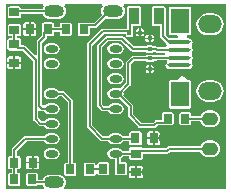
<source format=gbr>
%TF.GenerationSoftware,Altium Limited,Altium Designer,20.1.8 (145)*%
G04 Layer_Physical_Order=2*
G04 Layer_Color=16729670*
%FSLAX45Y45*%
%MOMM*%
%TF.SameCoordinates,80F20431-A883-4DFF-BABD-8B1F2EDF33A6*%
%TF.FilePolarity,Positive*%
%TF.FileFunction,Copper,L2,Bot,Signal*%
%TF.Part,Single*%
G01*
G75*
%TA.AperFunction,ComponentPad*%
%ADD10O,2.00000X1.50000*%
G04:AMPARAMS|DCode=11|XSize=1.1mm|YSize=1.4mm|CornerRadius=0.55mm|HoleSize=0mm|Usage=FLASHONLY|Rotation=270.000|XOffset=0mm|YOffset=0mm|HoleType=Round|Shape=RoundedRectangle|*
%AMROUNDEDRECTD11*
21,1,1.10000,0.30000,0,0,270.0*
21,1,0.00000,1.40000,0,0,270.0*
1,1,1.10000,-0.15000,0.00000*
1,1,1.10000,-0.15000,0.00000*
1,1,1.10000,0.15000,0.00000*
1,1,1.10000,0.15000,0.00000*
%
%ADD11ROUNDEDRECTD11*%
G04:AMPARAMS|DCode=12|XSize=2.25mm|YSize=3.75mm|CornerRadius=1.125mm|HoleSize=0mm|Usage=FLASHONLY|Rotation=180.000|XOffset=0mm|YOffset=0mm|HoleType=Round|Shape=RoundedRectangle|*
%AMROUNDEDRECTD12*
21,1,2.25000,1.50000,0,0,180.0*
21,1,0.00000,3.75000,0,0,180.0*
1,1,2.25000,0.00000,0.75000*
1,1,2.25000,0.00000,0.75000*
1,1,2.25000,0.00000,-0.75000*
1,1,2.25000,0.00000,-0.75000*
%
%ADD12ROUNDEDRECTD12*%
%ADD13O,2.25000X3.75000*%
%ADD14O,1.70000X1.00000*%
%TA.AperFunction,ViaPad*%
%ADD15C,0.61000*%
%TA.AperFunction,ConnectorPad*%
G04:AMPARAMS|DCode=16|XSize=2.1mm|YSize=1.6mm|CornerRadius=0.008mm|HoleSize=0mm|Usage=FLASHONLY|Rotation=270.000|XOffset=0mm|YOffset=0mm|HoleType=Round|Shape=RoundedRectangle|*
%AMROUNDEDRECTD16*
21,1,2.10000,1.58400,0,0,270.0*
21,1,2.08400,1.60000,0,0,270.0*
1,1,0.01600,-0.79200,-1.04200*
1,1,0.01600,-0.79200,1.04200*
1,1,0.01600,0.79200,1.04200*
1,1,0.01600,0.79200,-1.04200*
%
%ADD16ROUNDEDRECTD16*%
G04:AMPARAMS|DCode=17|XSize=0.35mm|YSize=2mm|CornerRadius=0.175mm|HoleSize=0mm|Usage=FLASHONLY|Rotation=270.000|XOffset=0mm|YOffset=0mm|HoleType=Round|Shape=RoundedRectangle|*
%AMROUNDEDRECTD17*
21,1,0.35000,1.65000,0,0,270.0*
21,1,0.00000,2.00000,0,0,270.0*
1,1,0.35000,-0.82500,0.00000*
1,1,0.35000,-0.82500,0.00000*
1,1,0.35000,0.82500,0.00000*
1,1,0.35000,0.82500,0.00000*
%
%ADD17ROUNDEDRECTD17*%
%TA.AperFunction,SMDPad,CuDef*%
G04:AMPARAMS|DCode=18|XSize=0.4mm|YSize=0.3mm|CornerRadius=0.0015mm|HoleSize=0mm|Usage=FLASHONLY|Rotation=270.000|XOffset=0mm|YOffset=0mm|HoleType=Round|Shape=RoundedRectangle|*
%AMROUNDEDRECTD18*
21,1,0.40000,0.29700,0,0,270.0*
21,1,0.39700,0.30000,0,0,270.0*
1,1,0.00300,-0.14850,-0.19850*
1,1,0.00300,-0.14850,0.19850*
1,1,0.00300,0.14850,0.19850*
1,1,0.00300,0.14850,-0.19850*
%
%ADD18ROUNDEDRECTD18*%
G04:AMPARAMS|DCode=19|XSize=0.85mm|YSize=1.4mm|CornerRadius=0.00425mm|HoleSize=0mm|Usage=FLASHONLY|Rotation=180.000|XOffset=0mm|YOffset=0mm|HoleType=Round|Shape=RoundedRectangle|*
%AMROUNDEDRECTD19*
21,1,0.85000,1.39150,0,0,180.0*
21,1,0.84150,1.40000,0,0,180.0*
1,1,0.00850,-0.42075,0.69575*
1,1,0.00850,0.42075,0.69575*
1,1,0.00850,0.42075,-0.69575*
1,1,0.00850,-0.42075,-0.69575*
%
%ADD19ROUNDEDRECTD19*%
G04:AMPARAMS|DCode=20|XSize=0.8mm|YSize=0.7mm|CornerRadius=0.0035mm|HoleSize=0mm|Usage=FLASHONLY|Rotation=180.000|XOffset=0mm|YOffset=0mm|HoleType=Round|Shape=RoundedRectangle|*
%AMROUNDEDRECTD20*
21,1,0.80000,0.69300,0,0,180.0*
21,1,0.79300,0.70000,0,0,180.0*
1,1,0.00700,-0.39650,0.34650*
1,1,0.00700,0.39650,0.34650*
1,1,0.00700,0.39650,-0.34650*
1,1,0.00700,-0.39650,-0.34650*
%
%ADD20ROUNDEDRECTD20*%
G04:AMPARAMS|DCode=21|XSize=0.85mm|YSize=0.75mm|CornerRadius=0.00375mm|HoleSize=0mm|Usage=FLASHONLY|Rotation=90.000|XOffset=0mm|YOffset=0mm|HoleType=Round|Shape=RoundedRectangle|*
%AMROUNDEDRECTD21*
21,1,0.85000,0.74250,0,0,90.0*
21,1,0.84250,0.75000,0,0,90.0*
1,1,0.00750,0.37125,0.42125*
1,1,0.00750,0.37125,-0.42125*
1,1,0.00750,-0.37125,-0.42125*
1,1,0.00750,-0.37125,0.42125*
%
%ADD21ROUNDEDRECTD21*%
G04:AMPARAMS|DCode=22|XSize=0.85mm|YSize=0.75mm|CornerRadius=0.00375mm|HoleSize=0mm|Usage=FLASHONLY|Rotation=0.000|XOffset=0mm|YOffset=0mm|HoleType=Round|Shape=RoundedRectangle|*
%AMROUNDEDRECTD22*
21,1,0.85000,0.74250,0,0,0.0*
21,1,0.84250,0.75000,0,0,0.0*
1,1,0.00750,0.42125,-0.37125*
1,1,0.00750,-0.42125,-0.37125*
1,1,0.00750,-0.42125,0.37125*
1,1,0.00750,0.42125,0.37125*
%
%ADD22ROUNDEDRECTD22*%
G04:AMPARAMS|DCode=23|XSize=0.8mm|YSize=0.7mm|CornerRadius=0.0035mm|HoleSize=0mm|Usage=FLASHONLY|Rotation=90.000|XOffset=0mm|YOffset=0mm|HoleType=Round|Shape=RoundedRectangle|*
%AMROUNDEDRECTD23*
21,1,0.80000,0.69300,0,0,90.0*
21,1,0.79300,0.70000,0,0,90.0*
1,1,0.00700,0.34650,0.39650*
1,1,0.00700,0.34650,-0.39650*
1,1,0.00700,-0.34650,-0.39650*
1,1,0.00700,-0.34650,0.39650*
%
%ADD23ROUNDEDRECTD23*%
%ADD24O,1.05000X0.60000*%
G04:AMPARAMS|DCode=25|XSize=0.4mm|YSize=0.3mm|CornerRadius=0.0015mm|HoleSize=0mm|Usage=FLASHONLY|Rotation=180.000|XOffset=0mm|YOffset=0mm|HoleType=Round|Shape=RoundedRectangle|*
%AMROUNDEDRECTD25*
21,1,0.40000,0.29700,0,0,180.0*
21,1,0.39700,0.30000,0,0,180.0*
1,1,0.00300,-0.19850,0.14850*
1,1,0.00300,0.19850,0.14850*
1,1,0.00300,0.19850,-0.14850*
1,1,0.00300,-0.19850,-0.14850*
%
%ADD25ROUNDEDRECTD25*%
%TA.AperFunction,Conductor*%
%ADD26C,0.12700*%
%ADD27C,0.15240*%
G36*
X1883167Y16833D02*
X517746D01*
X514216Y21482D01*
X510910Y32073D01*
X518987Y42599D01*
X525561Y58469D01*
X527803Y75500D01*
X525561Y92531D01*
X518987Y108401D01*
X508529Y122029D01*
X494901Y132487D01*
X479031Y139061D01*
X462000Y141303D01*
X392000D01*
X374969Y139061D01*
X359099Y132487D01*
X345470Y122029D01*
X335013Y108401D01*
X330503Y97513D01*
X291765D01*
Y140550D01*
X290555Y146633D01*
X287109Y151790D01*
X281952Y155235D01*
X275870Y156445D01*
X206570D01*
X200487Y155235D01*
X195330Y151790D01*
X191885Y146633D01*
X190674Y140550D01*
Y61250D01*
X191885Y55167D01*
X195330Y50010D01*
X200487Y46565D01*
X206570Y45355D01*
X275870D01*
X281952Y46565D01*
X287109Y50010D01*
X289432Y53487D01*
X330503D01*
X335013Y42599D01*
X343089Y32073D01*
X339784Y21482D01*
X336253Y16833D01*
X16833D01*
Y1583167D01*
X335642D01*
X337310Y1581277D01*
X342322Y1567927D01*
X335013Y1558402D01*
X330503Y1547513D01*
X146985D01*
Y1549990D01*
X145775Y1556073D01*
X142330Y1561230D01*
X137173Y1564675D01*
X131090Y1565885D01*
X51790D01*
X45707Y1564675D01*
X40550Y1561230D01*
X37105Y1556073D01*
X35895Y1549990D01*
Y1480690D01*
X37105Y1474607D01*
X40550Y1469450D01*
X45707Y1466005D01*
X51790Y1464795D01*
X131090D01*
X137173Y1466005D01*
X142330Y1469450D01*
X145775Y1474607D01*
X146985Y1480690D01*
Y1503487D01*
X330503D01*
X335013Y1492599D01*
X345470Y1478971D01*
X359099Y1468513D01*
X374969Y1461939D01*
X392000Y1459697D01*
X462000D01*
X479031Y1461939D01*
X494901Y1468513D01*
X508529Y1478971D01*
X518987Y1492599D01*
X525561Y1508469D01*
X527803Y1525500D01*
X525561Y1542531D01*
X518987Y1558402D01*
X511678Y1567927D01*
X516690Y1581277D01*
X518358Y1583167D01*
X835642D01*
X837310Y1581277D01*
X842322Y1567927D01*
X835013Y1558402D01*
X828439Y1542531D01*
X826197Y1525500D01*
X828439Y1508469D01*
X833245Y1496867D01*
X763767Y1427388D01*
X706737D01*
X706144Y1427270D01*
X643437D01*
X637354Y1426060D01*
X632197Y1422615D01*
X628752Y1417458D01*
X627542Y1411375D01*
Y1332075D01*
X628752Y1325993D01*
X632197Y1320836D01*
X637354Y1317390D01*
X643437Y1316180D01*
X712737D01*
X718819Y1317390D01*
X723976Y1320836D01*
X727422Y1325993D01*
X728632Y1332075D01*
Y1383362D01*
X772885D01*
X781309Y1385038D01*
X788450Y1389810D01*
X864794Y1466154D01*
X874969Y1461939D01*
X892000Y1459697D01*
X962000D01*
X979031Y1461939D01*
X994901Y1468513D01*
X1008529Y1478971D01*
X1018987Y1492599D01*
X1025561Y1508469D01*
X1027803Y1525500D01*
X1025561Y1542531D01*
X1018987Y1558402D01*
X1011678Y1567927D01*
X1016690Y1581277D01*
X1018358Y1583167D01*
X1883167D01*
Y16833D01*
D02*
G37*
%LPC*%
G36*
X258107Y1429771D02*
X228613D01*
Y1379349D01*
X274028D01*
Y1413850D01*
X272816Y1419943D01*
X269364Y1425108D01*
X264200Y1428559D01*
X258107Y1429771D01*
D02*
G37*
G36*
X213373D02*
X183857D01*
X177764Y1428559D01*
X172599Y1425108D01*
X169148Y1419943D01*
X167936Y1413850D01*
Y1379349D01*
X213373D01*
Y1429771D01*
D02*
G37*
G36*
X1170379Y1378989D02*
X1163155D01*
Y1350098D01*
X1187037D01*
Y1362331D01*
X1182158Y1374110D01*
X1170379Y1378989D01*
D02*
G37*
G36*
X1147915D02*
X1140679D01*
X1128900Y1374110D01*
X1124021Y1362331D01*
Y1350098D01*
X1147915D01*
Y1378989D01*
D02*
G37*
G36*
X1773800Y1506019D02*
X1723800D01*
X1700243Y1502917D01*
X1678291Y1493824D01*
X1659440Y1479360D01*
X1644976Y1460509D01*
X1635883Y1438557D01*
X1632781Y1415000D01*
X1635883Y1391443D01*
X1644976Y1369491D01*
X1659440Y1350640D01*
X1678291Y1336176D01*
X1700243Y1327083D01*
X1723800Y1323981D01*
X1773800D01*
X1797358Y1327083D01*
X1819310Y1336176D01*
X1838160Y1350640D01*
X1852625Y1369491D01*
X1861718Y1391443D01*
X1864819Y1415000D01*
X1861718Y1438557D01*
X1852625Y1460509D01*
X1838160Y1479360D01*
X1819310Y1493824D01*
X1797358Y1502917D01*
X1773800Y1506019D01*
D02*
G37*
G36*
X274028Y1364109D02*
X228613D01*
Y1313679D01*
X258107D01*
X264200Y1314891D01*
X269364Y1318343D01*
X272816Y1323507D01*
X274028Y1329600D01*
Y1364109D01*
D02*
G37*
G36*
X213373D02*
X167936D01*
Y1329600D01*
X169148Y1323507D01*
X172599Y1318343D01*
X177764Y1314891D01*
X183857Y1313679D01*
X213373D01*
Y1364109D01*
D02*
G37*
G36*
X1187037Y1334858D02*
X1163155D01*
Y1305973D01*
X1170379D01*
X1182158Y1310852D01*
X1187037Y1322631D01*
Y1334858D01*
D02*
G37*
G36*
X1147915D02*
X1124021D01*
Y1322631D01*
X1128900Y1310852D01*
X1140679Y1305973D01*
X1147915D01*
Y1334858D01*
D02*
G37*
G36*
X1145515Y1566987D02*
X1061365D01*
X1055253Y1565771D01*
X1050071Y1562309D01*
X1046609Y1557127D01*
X1045393Y1551015D01*
Y1411865D01*
X1046609Y1405753D01*
X1047301Y1404717D01*
Y1378123D01*
X839644D01*
X830725Y1376349D01*
X823163Y1371296D01*
X711826Y1259959D01*
X706773Y1252397D01*
X704999Y1243478D01*
Y552663D01*
X706773Y543743D01*
X711826Y536182D01*
X817448Y430559D01*
X825010Y425506D01*
X833929Y423732D01*
X886844D01*
X893064Y414424D01*
X908028Y404425D01*
X925680Y400914D01*
X970680D01*
X988332Y404425D01*
X1003296Y414424D01*
X1009516Y423732D01*
X1063398D01*
Y406954D01*
X1064610Y400862D01*
X1068061Y395697D01*
X1073226Y392245D01*
X1079318Y391034D01*
X1153569D01*
X1159661Y392245D01*
X1164826Y395697D01*
X1168278Y400862D01*
X1169489Y406954D01*
Y491205D01*
X1168278Y497297D01*
X1164826Y502462D01*
X1159661Y505913D01*
X1153569Y507125D01*
X1079318D01*
X1073226Y505913D01*
X1068061Y502462D01*
X1064610Y497297D01*
X1063398Y491205D01*
Y470348D01*
X1009516D01*
X1003296Y479656D01*
X988332Y489655D01*
X970680Y493166D01*
X925680D01*
X908028Y489655D01*
X893064Y479656D01*
X886844Y470348D01*
X843584D01*
X751614Y562317D01*
Y1233823D01*
X849298Y1331507D01*
X1034021D01*
Y1322631D01*
X1038900Y1310852D01*
X1050679Y1305973D01*
X1080379D01*
X1092158Y1310852D01*
X1097037Y1322631D01*
Y1362331D01*
X1093917Y1369863D01*
Y1395893D01*
X1145515D01*
X1151627Y1397109D01*
X1156809Y1400571D01*
X1160271Y1405753D01*
X1161487Y1411865D01*
Y1551015D01*
X1160271Y1557127D01*
X1156809Y1562309D01*
X1151627Y1565771D01*
X1145515Y1566987D01*
D02*
G37*
G36*
X1256830Y1326033D02*
X1244600D01*
Y1302145D01*
X1273488D01*
Y1309375D01*
X1268609Y1321154D01*
X1256830Y1326033D01*
D02*
G37*
G36*
X1229360D02*
X1217130D01*
X1205351Y1321154D01*
X1200472Y1309375D01*
Y1302145D01*
X1229360D01*
Y1326033D01*
D02*
G37*
G36*
X1273488Y1286905D02*
X1244600D01*
Y1263017D01*
X1256830D01*
X1268609Y1267896D01*
X1273488Y1279675D01*
Y1286905D01*
D02*
G37*
G36*
X1229360D02*
X1200472D01*
Y1279675D01*
X1205351Y1267896D01*
X1217130Y1263017D01*
X1229360D01*
Y1286905D01*
D02*
G37*
G36*
X1355515Y1566987D02*
X1271365D01*
X1265253Y1565771D01*
X1260071Y1562309D01*
X1256609Y1557127D01*
X1255393Y1551015D01*
Y1411865D01*
X1256609Y1405753D01*
X1260071Y1400571D01*
X1265253Y1397109D01*
X1271365Y1395893D01*
X1324840D01*
Y1318142D01*
X1326614Y1309222D01*
X1331667Y1301661D01*
X1370570Y1262758D01*
X1370419Y1262000D01*
X1372960Y1249226D01*
X1380196Y1238396D01*
Y1233813D01*
X1365614Y1219013D01*
X1304423D01*
X1303345Y1220090D01*
X1296204Y1224862D01*
X1287780Y1226538D01*
X1270521D01*
X1268609Y1231154D01*
X1256830Y1236033D01*
X1217130D01*
X1205351Y1231154D01*
X1203439Y1226538D01*
X1102489D01*
X1019948Y1309079D01*
X1012806Y1313851D01*
X1004382Y1315526D01*
X879975D01*
X871551Y1313851D01*
X864409Y1309079D01*
X799077Y1243746D01*
X794305Y1236605D01*
X792629Y1228181D01*
Y731088D01*
X794305Y722665D01*
X799077Y715523D01*
X829125Y685475D01*
X836267Y680703D01*
X844691Y679027D01*
X885979D01*
X893064Y668424D01*
X908028Y658425D01*
X925680Y654914D01*
X970680D01*
X988332Y658425D01*
X1003296Y668424D01*
X1013295Y683388D01*
X1016806Y701040D01*
X1013295Y718692D01*
X1003296Y733656D01*
X988332Y743655D01*
X970680Y747166D01*
X925680D01*
X908028Y743655D01*
X893064Y733656D01*
X885979Y723053D01*
X853809D01*
X836655Y740206D01*
Y1219063D01*
X889093Y1271501D01*
X995264D01*
X1077805Y1188960D01*
X1084947Y1184188D01*
X1093371Y1182512D01*
X1203439D01*
X1205351Y1177896D01*
X1217130Y1173017D01*
X1256830D01*
X1268609Y1177896D01*
X1284601Y1178186D01*
X1286881Y1176663D01*
X1295305Y1174987D01*
X1364885D01*
X1371264Y1159747D01*
X1365614Y1154013D01*
X1294560D01*
X1286136Y1152337D01*
X1284601Y1151311D01*
X1268609Y1151849D01*
X1256830Y1156728D01*
X1217130D01*
X1205351Y1151849D01*
X1203439Y1147233D01*
X1097037D01*
X1088613Y1145557D01*
X1081472Y1140786D01*
X1039666Y1098979D01*
X1034894Y1091838D01*
X1033218Y1083414D01*
Y918372D01*
X985971Y871125D01*
X970680Y874166D01*
X925680D01*
X908028Y870655D01*
X893064Y860656D01*
X883065Y845692D01*
X879554Y828040D01*
X883065Y810388D01*
X893064Y795424D01*
X908028Y785425D01*
X925680Y781914D01*
X970680D01*
X985971Y784955D01*
X1053441Y717485D01*
Y642331D01*
X1055116Y633907D01*
X1059888Y626765D01*
X1141542Y545111D01*
X1148684Y540340D01*
X1157107Y538664D01*
X1274102D01*
X1282526Y540340D01*
X1289667Y545111D01*
X1304158Y559602D01*
X1352243D01*
X1354590Y559135D01*
X1423890D01*
X1429973Y560345D01*
X1435129Y563790D01*
X1438575Y568947D01*
X1439785Y575030D01*
Y654330D01*
X1438575Y660413D01*
X1435129Y665570D01*
X1429973Y669015D01*
X1423890Y670225D01*
X1354590D01*
X1348507Y669015D01*
X1343350Y665570D01*
X1339905Y660413D01*
X1338695Y654330D01*
Y603627D01*
X1295040D01*
X1286615Y601952D01*
X1279474Y597180D01*
X1264984Y582690D01*
X1166225D01*
X1097466Y651449D01*
Y726603D01*
X1095791Y735027D01*
X1091019Y742169D01*
X1014872Y818315D01*
X1016806Y828040D01*
X1014872Y837764D01*
X1070796Y893689D01*
X1075568Y900830D01*
X1077244Y909254D01*
Y1074296D01*
X1106155Y1103207D01*
X1203439D01*
X1205351Y1098591D01*
X1217130Y1093712D01*
X1256830D01*
X1268609Y1098591D01*
X1270521Y1103207D01*
X1287780D01*
X1296204Y1104883D01*
X1303345Y1109655D01*
X1303678Y1109987D01*
X1379133D01*
X1380196Y1108396D01*
Y1090604D01*
X1372960Y1079774D01*
X1370419Y1067000D01*
X1372960Y1054225D01*
X1380196Y1043396D01*
X1391025Y1036160D01*
X1403800Y1033619D01*
X1568800D01*
X1581575Y1036160D01*
X1592404Y1043396D01*
X1599640Y1054225D01*
X1602181Y1067000D01*
X1599640Y1079774D01*
X1592404Y1090604D01*
Y1108396D01*
X1599640Y1119226D01*
X1602181Y1132000D01*
X1599640Y1144774D01*
X1592404Y1155604D01*
Y1173396D01*
X1599640Y1184226D01*
X1602181Y1197000D01*
X1599640Y1209775D01*
X1592404Y1220604D01*
Y1238396D01*
X1599640Y1249226D01*
X1602181Y1262000D01*
X1599640Y1274774D01*
X1592404Y1285604D01*
X1581575Y1292840D01*
X1568800Y1295381D01*
X1557003D01*
X1549858Y1308053D01*
X1556916Y1321446D01*
X1573000D01*
X1579258Y1322691D01*
X1584564Y1326236D01*
X1588109Y1331541D01*
X1589354Y1337800D01*
Y1546200D01*
X1588109Y1552458D01*
X1584564Y1557764D01*
X1579258Y1561309D01*
X1573000Y1562554D01*
X1414600D01*
X1408342Y1561309D01*
X1403036Y1557764D01*
X1399491Y1552458D01*
X1398246Y1546200D01*
Y1337800D01*
X1399491Y1331541D01*
X1403036Y1326236D01*
X1408342Y1322691D01*
X1414600Y1321446D01*
X1470684D01*
X1477743Y1308053D01*
X1470597Y1295381D01*
X1403871D01*
X1371456Y1327796D01*
Y1411708D01*
X1371487Y1411865D01*
Y1551015D01*
X1370271Y1557127D01*
X1366809Y1562309D01*
X1361627Y1565771D01*
X1355515Y1566987D01*
D02*
G37*
G36*
X970680Y1255166D02*
X925680D01*
X908028Y1251655D01*
X893064Y1241656D01*
X883065Y1226692D01*
X879554Y1209040D01*
X883065Y1191388D01*
X893064Y1176424D01*
X908028Y1166425D01*
X925680Y1162914D01*
X970680D01*
X988332Y1166425D01*
X1003296Y1176424D01*
X1013295Y1191388D01*
X1016806Y1209040D01*
X1013295Y1226692D01*
X1003296Y1241656D01*
X988332Y1251655D01*
X970680Y1255166D01*
D02*
G37*
G36*
X430680D02*
X385680D01*
X368028Y1251655D01*
X353064Y1241656D01*
X343065Y1226692D01*
X339554Y1209040D01*
X343065Y1191388D01*
X353064Y1176424D01*
X368028Y1166425D01*
X385680Y1162914D01*
X430680D01*
X448332Y1166425D01*
X463296Y1176424D01*
X473295Y1191388D01*
X476806Y1209040D01*
X473295Y1226692D01*
X463296Y1241656D01*
X448332Y1251655D01*
X430680Y1255166D01*
D02*
G37*
G36*
X413107Y1429771D02*
X338857D01*
X332764Y1428559D01*
X327599Y1425108D01*
X324148Y1419943D01*
X322936Y1413850D01*
Y1340841D01*
X322899Y1340655D01*
Y1317054D01*
X285965Y1280119D01*
X281193Y1272978D01*
X279517Y1264554D01*
Y1156062D01*
X265437Y1150230D01*
X186652Y1229015D01*
X179510Y1233787D01*
X171086Y1235463D01*
X149486D01*
Y1281725D01*
X148274Y1287818D01*
X144823Y1292983D01*
X139658Y1296434D01*
X133565Y1297646D01*
X113453D01*
Y1314795D01*
X131090D01*
X137173Y1316005D01*
X142330Y1319450D01*
X145775Y1324607D01*
X146985Y1330690D01*
Y1399990D01*
X145775Y1406073D01*
X142330Y1411230D01*
X137173Y1414675D01*
X131090Y1415885D01*
X51790D01*
X45707Y1414675D01*
X40550Y1411230D01*
X37105Y1406073D01*
X35895Y1399990D01*
Y1330690D01*
X37105Y1324607D01*
X40550Y1319450D01*
X45707Y1316005D01*
X51790Y1314795D01*
X69427D01*
Y1297646D01*
X49315D01*
X43222Y1296434D01*
X38057Y1292983D01*
X34606Y1287818D01*
X33394Y1281725D01*
Y1207475D01*
X34606Y1201382D01*
X38057Y1196217D01*
X43222Y1192766D01*
X49315Y1191554D01*
X122001D01*
X122590Y1191437D01*
X161968D01*
X251577Y1101828D01*
Y613301D01*
X253253Y604877D01*
X258025Y597736D01*
X297286Y558474D01*
X304427Y553703D01*
X312851Y552027D01*
X345979D01*
X353064Y541424D01*
X368028Y531425D01*
X385680Y527914D01*
X430680D01*
X448332Y531425D01*
X463296Y541424D01*
X473295Y556388D01*
X476806Y574040D01*
X473295Y591692D01*
X463296Y606656D01*
X448332Y616655D01*
X430680Y620166D01*
X385680D01*
X368028Y616655D01*
X353064Y606656D01*
X345979Y596053D01*
X321969D01*
X295603Y622419D01*
Y680431D01*
X304179Y683983D01*
X310843Y685226D01*
X317613Y680703D01*
X326037Y679027D01*
X345979D01*
X353064Y668424D01*
X368028Y658425D01*
X385680Y654914D01*
X430680D01*
X448332Y658425D01*
X463296Y668424D01*
X473295Y683388D01*
X476806Y701040D01*
X473295Y718692D01*
X463296Y733656D01*
X448332Y743655D01*
X430680Y747166D01*
X385680D01*
X368028Y743655D01*
X353064Y733656D01*
X349645Y728539D01*
X334344Y727105D01*
X323543Y737415D01*
Y1255436D01*
X360478Y1292370D01*
X365249Y1299512D01*
X366925Y1307936D01*
Y1313679D01*
X413107D01*
X419200Y1314891D01*
X424364Y1318343D01*
X427816Y1323507D01*
X429028Y1329600D01*
Y1349712D01*
X477541D01*
Y1332075D01*
X478751Y1325993D01*
X482197Y1320836D01*
X487354Y1317390D01*
X493437Y1316180D01*
X562736D01*
X568819Y1317390D01*
X573976Y1320836D01*
X577422Y1325993D01*
X578632Y1332075D01*
Y1411375D01*
X577422Y1417458D01*
X573976Y1422615D01*
X568819Y1426060D01*
X562736Y1427270D01*
X493437D01*
X487354Y1426060D01*
X482197Y1422615D01*
X478751Y1417458D01*
X477541Y1411375D01*
Y1393738D01*
X429028D01*
Y1413850D01*
X427816Y1419943D01*
X424364Y1425108D01*
X419200Y1428559D01*
X413107Y1429771D01*
D02*
G37*
G36*
X133565Y1142646D02*
X99060D01*
Y1097220D01*
X149486D01*
Y1126725D01*
X148274Y1132818D01*
X144823Y1137983D01*
X139658Y1141434D01*
X133565Y1142646D01*
D02*
G37*
G36*
X83820D02*
X49315D01*
X43222Y1141434D01*
X38057Y1137983D01*
X34606Y1132818D01*
X33394Y1126725D01*
Y1097220D01*
X83820D01*
Y1142646D01*
D02*
G37*
G36*
X1256830Y1066728D02*
X1244586D01*
Y1042844D01*
X1273488D01*
Y1050070D01*
X1268609Y1061849D01*
X1256830Y1066728D01*
D02*
G37*
G36*
X1229346D02*
X1217130D01*
X1205351Y1061849D01*
X1200472Y1050070D01*
Y1042844D01*
X1229346D01*
Y1066728D01*
D02*
G37*
G36*
X149486Y1081980D02*
X99060D01*
Y1036554D01*
X133565D01*
X139658Y1037766D01*
X144823Y1041217D01*
X148274Y1046382D01*
X149486Y1052475D01*
Y1081980D01*
D02*
G37*
G36*
X83820D02*
X33394D01*
Y1052475D01*
X34606Y1046382D01*
X38057Y1041217D01*
X43222Y1037766D01*
X49315Y1036554D01*
X83820D01*
Y1081980D01*
D02*
G37*
G36*
X970680Y1128166D02*
X925680D01*
X908028Y1124655D01*
X893064Y1114656D01*
X883065Y1099692D01*
X879554Y1082040D01*
X883065Y1064388D01*
X893064Y1049424D01*
X908028Y1039425D01*
X925680Y1035914D01*
X970680D01*
X988332Y1039425D01*
X1003296Y1049424D01*
X1013295Y1064388D01*
X1016806Y1082040D01*
X1013295Y1099692D01*
X1003296Y1114656D01*
X988332Y1124655D01*
X970680Y1128166D01*
D02*
G37*
G36*
X430680D02*
X385680D01*
X368028Y1124655D01*
X353064Y1114656D01*
X343065Y1099692D01*
X339554Y1082040D01*
X343065Y1064388D01*
X353064Y1049424D01*
X368028Y1039425D01*
X385680Y1035914D01*
X430680D01*
X448332Y1039425D01*
X463296Y1049424D01*
X473295Y1064388D01*
X476806Y1082040D01*
X473295Y1099692D01*
X463296Y1114656D01*
X448332Y1124655D01*
X430680Y1128166D01*
D02*
G37*
G36*
X1273488Y1027604D02*
X1244586D01*
Y1003712D01*
X1256830D01*
X1268609Y1008591D01*
X1273488Y1020370D01*
Y1027604D01*
D02*
G37*
G36*
X1229346D02*
X1200472D01*
Y1020370D01*
X1205351Y1008591D01*
X1217130Y1003712D01*
X1229346D01*
Y1027604D01*
D02*
G37*
G36*
X970680Y1001166D02*
X925680D01*
X908028Y997655D01*
X893064Y987656D01*
X883065Y972692D01*
X879554Y955040D01*
X883065Y937388D01*
X893064Y922424D01*
X908028Y912425D01*
X925680Y908914D01*
X970680D01*
X988332Y912425D01*
X1003296Y922424D01*
X1013295Y937388D01*
X1016806Y955040D01*
X1013295Y972692D01*
X1003296Y987656D01*
X988332Y997655D01*
X970680Y1001166D01*
D02*
G37*
G36*
X1773800Y940019D02*
X1723800D01*
X1700243Y936917D01*
X1678291Y927824D01*
X1659440Y913360D01*
X1644976Y894510D01*
X1635883Y872557D01*
X1632781Y849000D01*
X1635883Y825443D01*
X1644976Y803491D01*
X1659440Y784640D01*
X1678291Y770176D01*
X1700243Y761083D01*
X1723800Y757981D01*
X1773800D01*
X1797358Y761083D01*
X1819310Y770176D01*
X1838160Y784640D01*
X1852625Y803491D01*
X1861718Y825443D01*
X1864819Y849000D01*
X1861718Y872557D01*
X1852625Y894510D01*
X1838160Y913360D01*
X1819310Y927824D01*
X1797358Y936917D01*
X1773800Y940019D01*
D02*
G37*
G36*
X1513800Y973028D02*
X1498099Y969905D01*
X1484789Y961011D01*
X1475895Y947701D01*
X1474871Y942554D01*
X1414600D01*
X1408342Y941310D01*
X1403036Y937764D01*
X1399491Y932459D01*
X1398246Y926200D01*
Y717800D01*
X1399491Y711542D01*
X1403036Y706236D01*
X1408342Y702691D01*
X1414600Y701446D01*
X1573000D01*
X1579258Y702691D01*
X1584564Y706236D01*
X1588109Y711542D01*
X1589354Y717800D01*
Y926200D01*
X1588109Y932459D01*
X1584564Y937764D01*
X1579258Y941310D01*
X1573000Y942554D01*
X1552729D01*
X1551705Y947701D01*
X1542811Y961011D01*
X1529501Y969905D01*
X1513800Y973028D01*
D02*
G37*
G36*
X1763800Y685526D02*
X1733800D01*
X1715464Y683112D01*
X1698377Y676034D01*
X1683705Y664776D01*
X1672446Y650103D01*
X1666891Y636693D01*
X1589785D01*
Y654330D01*
X1588575Y660413D01*
X1585130Y665570D01*
X1579973Y669015D01*
X1573890Y670225D01*
X1504590D01*
X1498507Y669015D01*
X1493350Y665570D01*
X1489905Y660413D01*
X1488695Y654330D01*
Y575030D01*
X1489905Y568947D01*
X1493350Y563790D01*
X1498507Y560345D01*
X1504590Y559135D01*
X1573890D01*
X1579973Y560345D01*
X1585130Y563790D01*
X1588575Y568947D01*
X1589785Y575030D01*
Y592667D01*
X1666891D01*
X1672446Y579257D01*
X1683705Y564584D01*
X1698377Y553326D01*
X1715464Y546248D01*
X1733800Y543834D01*
X1763800D01*
X1782136Y546248D01*
X1799223Y553326D01*
X1813896Y564584D01*
X1825155Y579257D01*
X1832232Y596344D01*
X1834646Y614680D01*
X1832232Y633016D01*
X1825155Y650103D01*
X1813896Y664776D01*
X1799223Y676034D01*
X1782136Y683112D01*
X1763800Y685526D01*
D02*
G37*
G36*
X1308569Y507125D02*
X1279056D01*
Y456707D01*
X1324489D01*
Y491205D01*
X1323278Y497297D01*
X1319826Y502462D01*
X1314661Y505913D01*
X1308569Y507125D01*
D02*
G37*
G36*
X1263816D02*
X1234318D01*
X1228226Y505913D01*
X1223061Y502462D01*
X1219609Y497297D01*
X1218398Y491205D01*
Y456707D01*
X1263816D01*
Y507125D01*
D02*
G37*
G36*
X430680Y493166D02*
X385680D01*
X368028Y489655D01*
X353064Y479656D01*
X345979Y469053D01*
X185641D01*
X177218Y467377D01*
X170076Y462606D01*
X75654Y368183D01*
X70882Y361042D01*
X69207Y352618D01*
Y301886D01*
X54094D01*
X48002Y300674D01*
X42837Y297223D01*
X39385Y292058D01*
X38174Y285965D01*
Y201715D01*
X39385Y195622D01*
X42837Y190457D01*
X48002Y187006D01*
X54094Y185794D01*
X69207D01*
Y156445D01*
X56570D01*
X50487Y155235D01*
X45330Y151790D01*
X41884Y146633D01*
X40674Y140550D01*
Y61250D01*
X41884Y55167D01*
X45330Y50010D01*
X50487Y46565D01*
X56570Y45355D01*
X125869D01*
X131952Y46565D01*
X137109Y50010D01*
X140555Y55167D01*
X141765Y61250D01*
Y140550D01*
X140555Y146633D01*
X137109Y151790D01*
X131952Y155235D01*
X125869Y156445D01*
X113232D01*
Y185794D01*
X128345D01*
X134437Y187006D01*
X139602Y190457D01*
X143054Y195622D01*
X144265Y201715D01*
Y285965D01*
X143054Y292058D01*
X139602Y297223D01*
X134437Y300674D01*
X128345Y301886D01*
X113232D01*
Y343500D01*
X194760Y425027D01*
X345979D01*
X353064Y414424D01*
X368028Y404425D01*
X385680Y400914D01*
X430680D01*
X448332Y404425D01*
X463296Y414424D01*
X473295Y429388D01*
X476806Y447040D01*
X473295Y464692D01*
X463296Y479656D01*
X448332Y489655D01*
X430680Y493166D01*
D02*
G37*
G36*
X1324489Y441467D02*
X1279056D01*
Y391034D01*
X1308569D01*
X1314661Y392245D01*
X1319826Y395697D01*
X1323278Y400862D01*
X1324489Y406954D01*
Y441467D01*
D02*
G37*
G36*
X1263816D02*
X1218398D01*
Y406954D01*
X1219609Y400862D01*
X1223061Y395697D01*
X1228226Y392245D01*
X1234318Y391034D01*
X1263816D01*
Y441467D01*
D02*
G37*
G36*
X1763800Y431526D02*
X1733800D01*
X1715464Y429112D01*
X1698377Y422034D01*
X1683705Y410776D01*
X1672446Y396103D01*
X1667427Y383988D01*
X1401230D01*
X1392310Y382214D01*
X1384749Y377161D01*
X1374243Y366656D01*
X1175190D01*
X1174009Y368423D01*
X1168844Y371874D01*
X1162751Y373086D01*
X1078501D01*
X1072408Y371874D01*
X1067243Y368423D01*
X1063792Y363258D01*
X1062580Y357165D01*
Y343348D01*
X1009516D01*
X1003296Y352656D01*
X988332Y362655D01*
X970680Y366166D01*
X925680D01*
X908028Y362655D01*
X893064Y352656D01*
X883065Y337692D01*
X879554Y320040D01*
X883065Y302388D01*
X893064Y287424D01*
X908028Y277425D01*
X925680Y273914D01*
X945051D01*
Y230326D01*
X945035Y230243D01*
Y150943D01*
X946245Y144860D01*
X949690Y139703D01*
X954847Y136258D01*
X960930Y135047D01*
X1030230D01*
X1036313Y136258D01*
X1041470Y139703D01*
X1044915Y144860D01*
X1046125Y150943D01*
Y230243D01*
X1044915Y236325D01*
X1041470Y241482D01*
X1036313Y244928D01*
X1030230Y246138D01*
X991667D01*
Y279653D01*
X1003296Y287424D01*
X1009516Y296732D01*
X1062580D01*
Y282915D01*
X1063792Y276822D01*
X1067243Y271657D01*
X1072408Y268206D01*
X1078501Y266994D01*
X1162751D01*
X1168844Y268206D01*
X1174009Y271657D01*
X1177460Y276822D01*
X1178672Y282915D01*
Y320040D01*
X1383897D01*
X1392817Y321814D01*
X1400378Y326867D01*
X1410884Y337372D01*
X1667427D01*
X1672446Y325257D01*
X1683705Y310584D01*
X1698377Y299326D01*
X1715464Y292248D01*
X1733800Y289834D01*
X1763800D01*
X1782136Y292248D01*
X1799223Y299326D01*
X1813896Y310584D01*
X1825155Y325257D01*
X1832232Y342344D01*
X1834646Y360680D01*
X1832232Y379016D01*
X1825155Y396103D01*
X1813896Y410776D01*
X1799223Y422034D01*
X1782136Y429112D01*
X1763800Y431526D01*
D02*
G37*
G36*
X430680Y366166D02*
X385680D01*
X368028Y362655D01*
X353064Y352656D01*
X343065Y337692D01*
X339554Y320040D01*
X343065Y302388D01*
X353064Y287424D01*
X368028Y277425D01*
X385680Y273914D01*
X430680D01*
X448332Y277425D01*
X463296Y287424D01*
X473295Y302388D01*
X476806Y320040D01*
X473295Y337692D01*
X463296Y352656D01*
X448332Y362655D01*
X430680Y366166D01*
D02*
G37*
G36*
X283345Y301886D02*
X253846D01*
Y251468D01*
X299265D01*
Y285965D01*
X298054Y292058D01*
X294602Y297223D01*
X289437Y300674D01*
X283345Y301886D01*
D02*
G37*
G36*
X238606D02*
X209094D01*
X203002Y300674D01*
X197837Y297223D01*
X194385Y292058D01*
X193174Y285965D01*
Y251468D01*
X238606D01*
Y301886D01*
D02*
G37*
G36*
X880230Y246138D02*
X810930D01*
X804847Y244928D01*
X799690Y241482D01*
X796245Y236325D01*
X795034Y230243D01*
Y213901D01*
X779525D01*
Y225027D01*
X778315Y231110D01*
X774870Y236267D01*
X769713Y239712D01*
X763630Y240923D01*
X694330D01*
X688247Y239712D01*
X683090Y236267D01*
X679645Y231110D01*
X678435Y225027D01*
Y145727D01*
X679645Y139645D01*
X683090Y134488D01*
X688247Y131042D01*
X694330Y129832D01*
X763630D01*
X769713Y131042D01*
X774870Y134488D01*
X778315Y139645D01*
X779525Y145727D01*
Y167285D01*
X795034D01*
Y150943D01*
X796245Y144860D01*
X799690Y139703D01*
X804847Y136258D01*
X810930Y135047D01*
X880230D01*
X886312Y136258D01*
X891469Y139703D01*
X894915Y144860D01*
X896125Y150943D01*
Y230243D01*
X894915Y236325D01*
X891469Y241482D01*
X886312Y244928D01*
X880230Y246138D01*
D02*
G37*
G36*
X299265Y236228D02*
X253846D01*
Y185794D01*
X283345D01*
X289437Y187006D01*
X294602Y190457D01*
X298054Y195622D01*
X299265Y201715D01*
Y236228D01*
D02*
G37*
G36*
X238606D02*
X193174D01*
Y201715D01*
X194385Y195622D01*
X197837Y190457D01*
X203002Y187006D01*
X209094Y185794D01*
X238606D01*
Y236228D01*
D02*
G37*
G36*
X1162751Y218086D02*
X1128246D01*
Y172660D01*
X1178672D01*
Y202165D01*
X1177460Y208258D01*
X1174009Y213423D01*
X1168844Y216874D01*
X1162751Y218086D01*
D02*
G37*
G36*
X1113006D02*
X1078501D01*
X1072408Y216874D01*
X1067243Y213423D01*
X1063792Y208258D01*
X1062580Y202165D01*
Y172660D01*
X1113006D01*
Y218086D01*
D02*
G37*
G36*
X430680Y874166D02*
X385680D01*
X368028Y870655D01*
X353064Y860656D01*
X343065Y845692D01*
X339554Y828040D01*
X343065Y810388D01*
X353064Y795424D01*
X368028Y785425D01*
X385680Y781914D01*
X430680D01*
X448332Y785425D01*
X463296Y795424D01*
X470381Y806027D01*
X493898D01*
X541967Y757958D01*
Y240923D01*
X529330D01*
X523247Y239712D01*
X518090Y236267D01*
X514645Y231110D01*
X513435Y225027D01*
Y145727D01*
X514645Y139645D01*
X518090Y134488D01*
X523247Y131042D01*
X529330Y129832D01*
X598630D01*
X604713Y131042D01*
X609870Y134488D01*
X613315Y139645D01*
X614525Y145727D01*
Y225027D01*
X613315Y231110D01*
X609870Y236267D01*
X604713Y239712D01*
X598630Y240923D01*
X585993D01*
Y767076D01*
X584317Y775500D01*
X579545Y782642D01*
X518582Y843605D01*
X511440Y848377D01*
X503016Y850053D01*
X470381D01*
X463296Y860656D01*
X448332Y870655D01*
X430680Y874166D01*
D02*
G37*
G36*
X1178672Y157420D02*
X1128246D01*
Y111994D01*
X1162751D01*
X1168844Y113206D01*
X1174009Y116657D01*
X1177460Y121822D01*
X1178672Y127915D01*
Y157420D01*
D02*
G37*
G36*
X1113006D02*
X1062580D01*
Y127915D01*
X1063792Y121822D01*
X1067243Y116657D01*
X1072408Y113206D01*
X1078501Y111994D01*
X1113006D01*
Y157420D01*
D02*
G37*
%LPD*%
D10*
X1748800Y849000D02*
D03*
Y1415000D02*
D03*
D11*
Y106680D02*
D03*
Y614680D02*
D03*
Y360680D02*
D03*
D12*
X1214500Y775500D02*
D03*
D13*
X139500D02*
D03*
D14*
X427000Y75500D02*
D03*
X927000D02*
D03*
X677000Y1525500D02*
D03*
X427000D02*
D03*
X927000D02*
D03*
D15*
X1181807Y1035220D02*
D03*
X1031233Y609063D02*
D03*
X863926D02*
D03*
Y536463D02*
D03*
X1031233D02*
D03*
X220982Y1292983D02*
D03*
X494816Y955040D02*
D03*
X170144Y1089600D02*
D03*
X246219Y322942D02*
D03*
X1199349Y165040D02*
D03*
X1344294Y449079D02*
D03*
X1703480Y1002000D02*
D03*
X1624656D02*
D03*
X1352243D02*
D03*
X1236980Y1346408D02*
D03*
X1156809Y1285894D02*
D03*
D16*
X1493800Y822000D02*
D03*
Y1442000D02*
D03*
D17*
X1486300Y1002000D02*
D03*
Y1067000D02*
D03*
Y1132000D02*
D03*
Y1262000D02*
D03*
Y1197000D02*
D03*
D18*
X1155529Y1342481D02*
D03*
X1065529D02*
D03*
D19*
X1103440Y1481440D02*
D03*
X1313440D02*
D03*
D20*
X91440Y1515340D02*
D03*
Y1365340D02*
D03*
D21*
X1271443Y449079D02*
D03*
X1116444D02*
D03*
X246219Y243840D02*
D03*
X91220D02*
D03*
X220982Y1371725D02*
D03*
X375982D02*
D03*
D22*
X1120626Y165040D02*
D03*
Y320040D02*
D03*
X91440Y1089600D02*
D03*
Y1244600D02*
D03*
D23*
X995580Y190593D02*
D03*
X845580D02*
D03*
X563980Y185377D02*
D03*
X728980D02*
D03*
X241220Y100900D02*
D03*
X91220D02*
D03*
X678087Y1371725D02*
D03*
X528087D02*
D03*
X1539240Y614680D02*
D03*
X1389240D02*
D03*
D24*
X948180Y1209040D02*
D03*
Y1082040D02*
D03*
Y955040D02*
D03*
Y828040D02*
D03*
Y701040D02*
D03*
Y574040D02*
D03*
Y447040D02*
D03*
Y320040D02*
D03*
X408180Y1209040D02*
D03*
Y1082040D02*
D03*
Y955040D02*
D03*
Y828040D02*
D03*
Y701040D02*
D03*
Y574040D02*
D03*
Y447040D02*
D03*
Y320040D02*
D03*
D25*
X1236980Y1035220D02*
D03*
Y1125220D02*
D03*
Y1294525D02*
D03*
Y1204525D02*
D03*
D26*
X1075454Y642331D02*
X1157107Y560677D01*
X1274102D02*
X1295040Y581615D01*
X1157107Y560677D02*
X1274102D01*
X1075454Y642331D02*
Y726603D01*
X974017Y828040D02*
X1075454Y726603D01*
X844691Y701040D02*
X948180D01*
X814642Y731088D02*
Y1228181D01*
Y731088D02*
X844691Y701040D01*
X814642Y1228181D02*
X879975Y1293514D01*
X1004382D01*
X273590Y613301D02*
Y1110946D01*
X122590Y1213450D02*
X171086D01*
X273590Y1110946D01*
X91440Y1244600D02*
X122590Y1213450D01*
X91440Y1244600D02*
Y1365340D01*
X101600Y1525500D02*
X427000D01*
X91440Y1515340D02*
X101600Y1525500D01*
X301530Y1264554D02*
X344912Y1307936D01*
X301530Y725547D02*
Y1264554D01*
X344912Y1307936D02*
Y1340655D01*
X706737Y1405375D02*
X772885D01*
X893010Y1525500D02*
X927000D01*
X772885Y1405375D02*
X893010Y1525500D01*
X678087Y1371725D02*
Y1376725D01*
X706737Y1405375D01*
X375982Y1371725D02*
X528087D01*
X344912Y1340655D02*
X375982Y1371725D01*
X503016Y828040D02*
X563980Y767076D01*
Y185377D02*
Y767076D01*
X408180Y828040D02*
X503016D01*
X326037Y701040D02*
X408180D01*
X301530Y725547D02*
X326037Y701040D01*
X1389240Y610265D02*
Y614680D01*
X1360590Y581615D02*
X1389240Y610265D01*
X1295040Y581615D02*
X1360590D01*
X1055231Y909254D02*
Y1083414D01*
X1097037Y1125220D02*
X1236980D01*
X1055231Y1083414D02*
X1097037Y1125220D01*
X1004382Y1293514D02*
X1093371Y1204525D01*
X1236980D01*
X1539240Y614680D02*
X1748800D01*
X91220Y243840D02*
Y352618D01*
X185641Y447040D02*
X408180D01*
X91220Y352618D02*
X185641Y447040D01*
X266620Y75500D02*
X427000D01*
X241220Y100900D02*
X266620Y75500D01*
X1236980Y1125220D02*
X1287780D01*
X948180Y828040D02*
X974017D01*
X312851Y574040D02*
X408180D01*
X273590Y613301D02*
X312851Y574040D01*
X1287780Y1125220D02*
X1294560Y1132000D01*
X974017Y828040D02*
X1055231Y909254D01*
X1236980Y1204525D02*
X1287780D01*
X1294560Y1132000D02*
X1486300D01*
X91220Y100900D02*
Y243840D01*
X1295305Y1197000D02*
X1486300D01*
X1287780Y1204525D02*
X1295305Y1197000D01*
D27*
X1348148Y1318142D02*
Y1444192D01*
X1404290Y1262000D02*
X1486300D01*
X1348148Y1318142D02*
X1404290Y1262000D01*
X1313440Y1478900D02*
X1348148Y1444192D01*
X833929Y447040D02*
X948180D01*
X728307Y552663D02*
Y1243478D01*
Y552663D02*
X833929Y447040D01*
X948180D02*
X1114404D01*
X839644Y1354815D02*
X1058149D01*
X728307Y1243478D02*
X839644Y1354815D01*
X1120626Y320040D02*
X1143934Y343348D01*
X1383897D02*
X1401230Y360680D01*
X1143934Y343348D02*
X1383897D01*
X973191Y320040D02*
X1120626D01*
X1401230Y360680D02*
X1748800D01*
X948180Y320040D02*
X973191D01*
X968359Y217814D02*
X995580Y190593D01*
X948180Y320040D02*
X968359Y299861D01*
Y217814D02*
Y299861D01*
X1070609Y1347435D02*
Y1446069D01*
X1058149Y1354815D02*
X1065529Y1347435D01*
X734195Y190593D02*
X858280D01*
X728980Y185377D02*
X734195Y190593D01*
X1070609Y1446069D02*
X1103440Y1478900D01*
X1114404Y447040D02*
X1116444Y449079D01*
%TF.MD5,a381498ca263f04bde1e0b796e63bfbc*%
M02*

</source>
